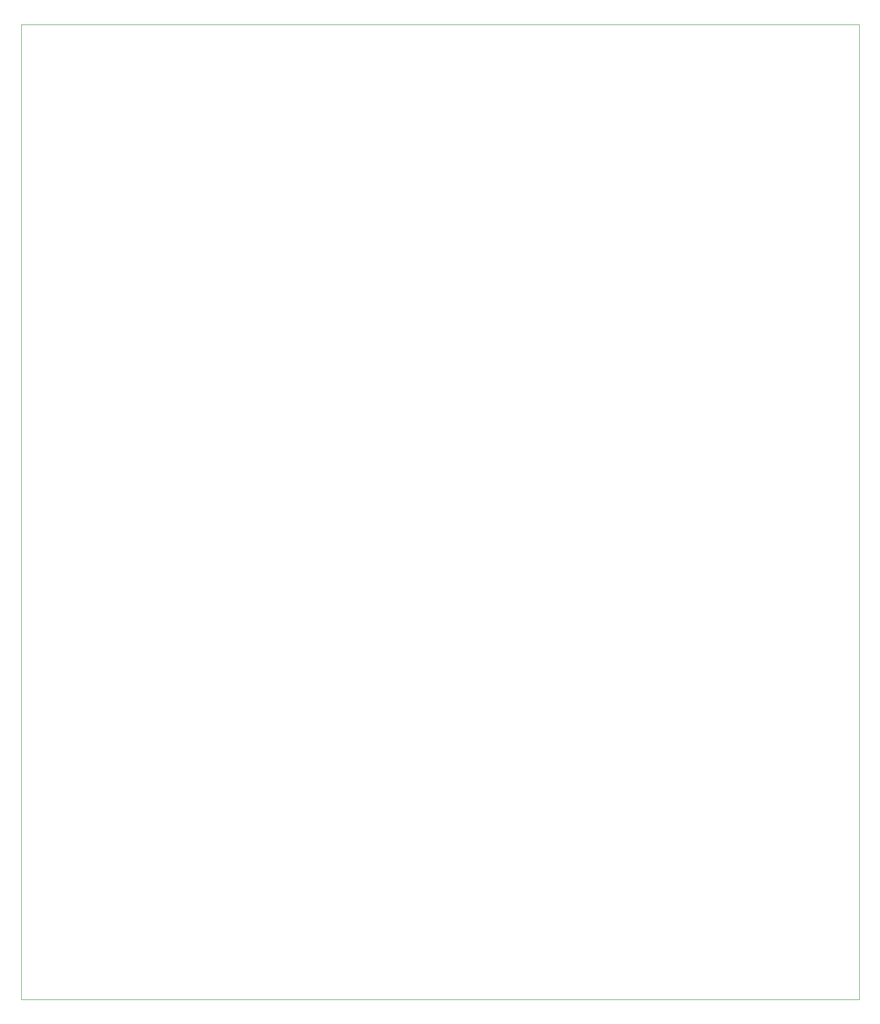
<source format=gbr>
%TF.GenerationSoftware,KiCad,Pcbnew,8.0.6*%
%TF.CreationDate,2025-02-22T13:50:16+09:00*%
%TF.ProjectId,HC4_KiCad,4843345f-4b69-4436-9164-2e6b69636164,rev?*%
%TF.SameCoordinates,Original*%
%TF.FileFunction,Profile,NP*%
%FSLAX46Y46*%
G04 Gerber Fmt 4.6, Leading zero omitted, Abs format (unit mm)*
G04 Created by KiCad (PCBNEW 8.0.6) date 2025-02-22 13:50:16*
%MOMM*%
%LPD*%
G01*
G04 APERTURE LIST*
%TA.AperFunction,Profile*%
%ADD10C,0.050000*%
%TD*%
G04 APERTURE END LIST*
D10*
X91000000Y-22860000D02*
X241440000Y-22860000D01*
X241440000Y-197860000D01*
X91000000Y-197860000D01*
X91000000Y-22860000D01*
M02*

</source>
